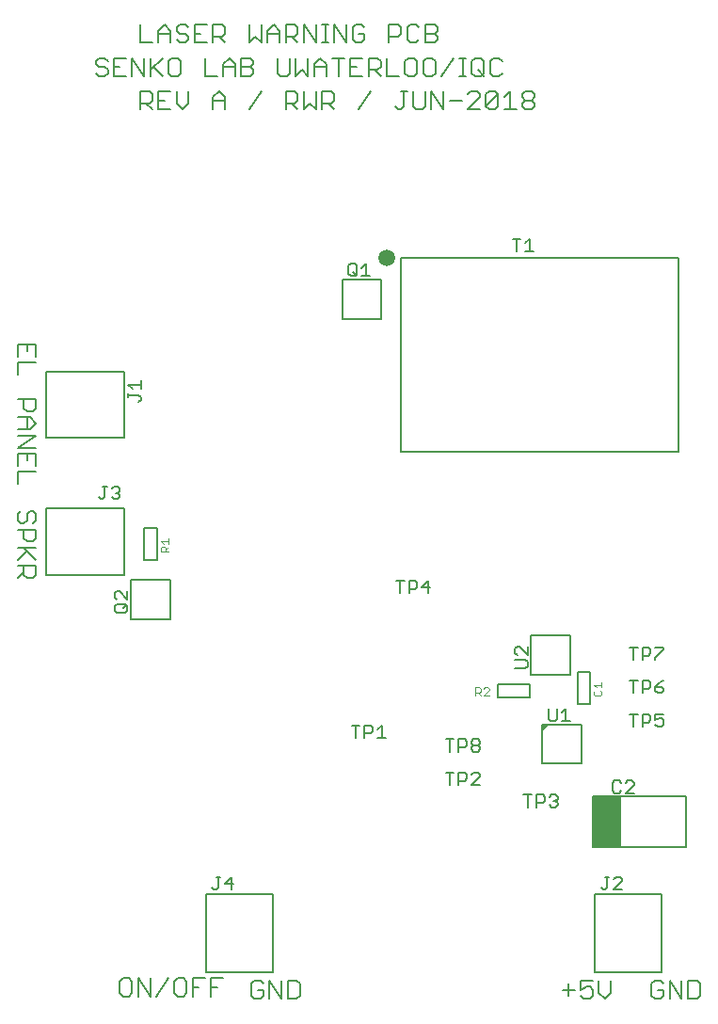
<source format=gbr>
G75*
G70*
%OFA0B0*%
%FSLAX24Y24*%
%IPPOS*%
%LPD*%
%AMOC8*
5,1,8,0,0,1.08239X$1,22.5*
%
%ADD10C,0.0060*%
%ADD11C,0.0050*%
%ADD12C,0.0591*%
%ADD13C,0.0040*%
%ADD14R,0.1024X0.1811*%
D10*
X004925Y001112D02*
X005032Y001006D01*
X005245Y001006D01*
X005352Y001112D01*
X005352Y001539D01*
X005245Y001646D01*
X005032Y001646D01*
X004925Y001539D01*
X004925Y001112D01*
X005569Y001006D02*
X005569Y001646D01*
X005996Y001006D01*
X005996Y001646D01*
X006641Y001646D02*
X006214Y001006D01*
X006859Y001112D02*
X006965Y001006D01*
X007179Y001006D01*
X007286Y001112D01*
X007286Y001539D01*
X007179Y001646D01*
X006965Y001646D01*
X006859Y001539D01*
X006859Y001112D01*
X007503Y001006D02*
X007503Y001646D01*
X007930Y001646D01*
X008148Y001646D02*
X008575Y001646D01*
X008361Y001326D02*
X008148Y001326D01*
X008148Y001006D02*
X008148Y001646D01*
X007717Y001326D02*
X007503Y001326D01*
X009580Y001452D02*
X009580Y001025D01*
X009686Y000918D01*
X009900Y000918D01*
X010007Y001025D01*
X010007Y001238D01*
X009793Y001238D01*
X009580Y001452D02*
X009686Y001559D01*
X009900Y001559D01*
X010007Y001452D01*
X010224Y001559D02*
X010651Y000918D01*
X010651Y001559D01*
X010869Y001559D02*
X010869Y000918D01*
X011189Y000918D01*
X011296Y001025D01*
X011296Y001452D01*
X011189Y001559D01*
X010869Y001559D01*
X010224Y001559D02*
X010224Y000918D01*
X008866Y004780D02*
X008866Y005221D01*
X008646Y005001D01*
X008940Y005001D01*
X008479Y005221D02*
X008333Y005221D01*
X008406Y005221D02*
X008406Y004854D01*
X008333Y004780D01*
X008259Y004780D01*
X008186Y004854D01*
X013276Y010167D02*
X013276Y010607D01*
X013129Y010607D02*
X013423Y010607D01*
X013590Y010607D02*
X013590Y010167D01*
X013590Y010314D02*
X013810Y010314D01*
X013883Y010387D01*
X013883Y010534D01*
X013810Y010607D01*
X013590Y010607D01*
X014050Y010461D02*
X014197Y010607D01*
X014197Y010167D01*
X014050Y010167D02*
X014344Y010167D01*
X016460Y010114D02*
X016753Y010114D01*
X016607Y010114D02*
X016607Y009673D01*
X016920Y009673D02*
X016920Y010114D01*
X017140Y010114D01*
X017214Y010040D01*
X017214Y009893D01*
X017140Y009820D01*
X016920Y009820D01*
X017381Y009820D02*
X017454Y009893D01*
X017601Y009893D01*
X017674Y009820D01*
X017674Y009747D01*
X017601Y009673D01*
X017454Y009673D01*
X017381Y009747D01*
X017381Y009820D01*
X017454Y009893D02*
X017381Y009967D01*
X017381Y010040D01*
X017454Y010114D01*
X017601Y010114D01*
X017674Y010040D01*
X017674Y009967D01*
X017601Y009893D01*
X017601Y008933D02*
X017454Y008933D01*
X017381Y008859D01*
X017214Y008859D02*
X017214Y008712D01*
X017140Y008639D01*
X016920Y008639D01*
X016920Y008492D02*
X016920Y008933D01*
X017140Y008933D01*
X017214Y008859D01*
X017601Y008933D02*
X017674Y008859D01*
X017674Y008786D01*
X017381Y008492D01*
X017674Y008492D01*
X016753Y008933D02*
X016460Y008933D01*
X016607Y008933D02*
X016607Y008492D01*
X019216Y008145D02*
X019509Y008145D01*
X019363Y008145D02*
X019363Y007705D01*
X019676Y007705D02*
X019676Y008145D01*
X019896Y008145D01*
X019970Y008072D01*
X019970Y007925D01*
X019896Y007852D01*
X019676Y007852D01*
X020136Y007778D02*
X020210Y007705D01*
X020357Y007705D01*
X020430Y007778D01*
X020430Y007852D01*
X020357Y007925D01*
X020283Y007925D01*
X020357Y007925D02*
X020430Y007998D01*
X020430Y008072D01*
X020357Y008145D01*
X020210Y008145D01*
X020136Y008072D01*
X022375Y008275D02*
X022448Y008202D01*
X022595Y008202D01*
X022668Y008275D01*
X022835Y008202D02*
X023129Y008495D01*
X023129Y008569D01*
X023055Y008642D01*
X022909Y008642D01*
X022835Y008569D01*
X022668Y008569D02*
X022595Y008642D01*
X022448Y008642D01*
X022375Y008569D01*
X022375Y008275D01*
X022835Y008202D02*
X023129Y008202D01*
X023119Y010561D02*
X023119Y011001D01*
X023265Y011001D02*
X022972Y011001D01*
X023432Y011001D02*
X023432Y010561D01*
X023432Y010707D02*
X023652Y010707D01*
X023726Y010781D01*
X023726Y010928D01*
X023652Y011001D01*
X023432Y011001D01*
X023892Y011001D02*
X023892Y010781D01*
X024039Y010854D01*
X024113Y010854D01*
X024186Y010781D01*
X024186Y010634D01*
X024113Y010561D01*
X023966Y010561D01*
X023892Y010634D01*
X023892Y011001D02*
X024186Y011001D01*
X024113Y011742D02*
X024186Y011815D01*
X024186Y011889D01*
X024113Y011962D01*
X023892Y011962D01*
X023892Y011815D01*
X023966Y011742D01*
X024113Y011742D01*
X023892Y011962D02*
X024039Y012109D01*
X024186Y012182D01*
X023726Y012109D02*
X023726Y011962D01*
X023652Y011889D01*
X023432Y011889D01*
X023432Y011742D02*
X023432Y012182D01*
X023652Y012182D01*
X023726Y012109D01*
X023265Y012182D02*
X022972Y012182D01*
X023119Y012182D02*
X023119Y011742D01*
X023119Y012923D02*
X023119Y013363D01*
X023265Y013363D02*
X022972Y013363D01*
X023432Y013363D02*
X023432Y012923D01*
X023432Y013070D02*
X023652Y013070D01*
X023726Y013143D01*
X023726Y013290D01*
X023652Y013363D01*
X023432Y013363D01*
X023892Y013363D02*
X024186Y013363D01*
X024186Y013290D01*
X023892Y012996D01*
X023892Y012923D01*
X020718Y011201D02*
X020718Y010761D01*
X020571Y010761D02*
X020865Y010761D01*
X020571Y011054D02*
X020718Y011201D01*
X020405Y011201D02*
X020405Y010834D01*
X020331Y010761D01*
X020184Y010761D01*
X020111Y010834D01*
X020111Y011201D01*
X019289Y012631D02*
X018922Y012631D01*
X018922Y012924D02*
X019289Y012924D01*
X019362Y012851D01*
X019362Y012704D01*
X019289Y012631D01*
X019362Y013091D02*
X019069Y013385D01*
X018995Y013385D01*
X018922Y013311D01*
X018922Y013165D01*
X018995Y013091D01*
X019362Y013091D02*
X019362Y013385D01*
X015845Y015285D02*
X015845Y015725D01*
X015625Y015505D01*
X015918Y015505D01*
X015458Y015505D02*
X015385Y015432D01*
X015164Y015432D01*
X015164Y015285D02*
X015164Y015725D01*
X015385Y015725D01*
X015458Y015652D01*
X015458Y015505D01*
X014998Y015725D02*
X014704Y015725D01*
X014851Y015725D02*
X014851Y015285D01*
X005665Y022138D02*
X005665Y022211D01*
X005592Y022285D01*
X005225Y022285D01*
X005225Y022358D02*
X005225Y022211D01*
X005372Y022525D02*
X005225Y022671D01*
X005665Y022671D01*
X005665Y022525D02*
X005665Y022818D01*
X005665Y022138D02*
X005592Y022064D01*
X004847Y019051D02*
X004700Y019051D01*
X004627Y018978D01*
X004460Y019051D02*
X004313Y019051D01*
X004386Y019051D02*
X004386Y018684D01*
X004313Y018611D01*
X004240Y018611D01*
X004166Y018684D01*
X004627Y018684D02*
X004700Y018611D01*
X004847Y018611D01*
X004920Y018684D01*
X004920Y018758D01*
X004847Y018831D01*
X004773Y018831D01*
X004847Y018831D02*
X004920Y018905D01*
X004920Y018978D01*
X004847Y019051D01*
X001952Y019575D02*
X001312Y019575D01*
X001312Y019148D01*
X001312Y019792D02*
X001312Y020219D01*
X001952Y020219D01*
X001952Y019792D01*
X001632Y020006D02*
X001632Y020219D01*
X001312Y020437D02*
X001952Y020437D01*
X001952Y020864D02*
X001312Y020864D01*
X001312Y021081D02*
X001739Y021081D01*
X001952Y021295D01*
X001739Y021508D01*
X001312Y021508D01*
X001632Y021508D02*
X001632Y021081D01*
X001952Y020864D02*
X001312Y020437D01*
X001632Y021726D02*
X001525Y021833D01*
X001525Y022153D01*
X001312Y022153D02*
X001952Y022153D01*
X001952Y021833D01*
X001846Y021726D01*
X001632Y021726D01*
X001312Y023015D02*
X001312Y023442D01*
X001952Y023442D01*
X001952Y023660D02*
X001952Y024087D01*
X001312Y024087D01*
X001312Y023660D01*
X001632Y023873D02*
X001632Y024087D01*
X001739Y018181D02*
X001632Y018074D01*
X001632Y017861D01*
X001525Y017754D01*
X001419Y017754D01*
X001312Y017861D01*
X001312Y018074D01*
X001419Y018181D01*
X001739Y018181D02*
X001846Y018181D01*
X001952Y018074D01*
X001952Y017861D01*
X001846Y017754D01*
X001952Y017536D02*
X001952Y017216D01*
X001846Y017109D01*
X001632Y017109D01*
X001525Y017216D01*
X001525Y017536D01*
X001312Y017536D02*
X001952Y017536D01*
X001952Y016892D02*
X001312Y016892D01*
X001525Y016892D02*
X001952Y016465D01*
X001952Y016247D02*
X001952Y015927D01*
X001846Y015820D01*
X001632Y015820D01*
X001525Y015927D01*
X001525Y016247D01*
X001525Y016034D02*
X001312Y015820D01*
X001312Y016247D02*
X001952Y016247D01*
X001632Y016785D02*
X001312Y016465D01*
X004749Y015280D02*
X004749Y015133D01*
X004822Y015060D01*
X004822Y014893D02*
X004749Y014819D01*
X004749Y014673D01*
X004822Y014599D01*
X005116Y014599D01*
X005189Y014673D01*
X005189Y014819D01*
X005116Y014893D01*
X004822Y014893D01*
X005042Y014746D02*
X005189Y014893D01*
X005189Y015060D02*
X004895Y015353D01*
X004822Y015353D01*
X004749Y015280D01*
X005189Y015353D02*
X005189Y015060D01*
X013098Y026509D02*
X013024Y026582D01*
X013024Y026876D01*
X013098Y026949D01*
X013245Y026949D01*
X013318Y026876D01*
X013318Y026582D01*
X013245Y026509D01*
X013098Y026509D01*
X013171Y026656D02*
X013318Y026509D01*
X013485Y026509D02*
X013778Y026509D01*
X013632Y026509D02*
X013632Y026949D01*
X013485Y026802D01*
X018832Y027835D02*
X019125Y027835D01*
X018978Y027835D02*
X018978Y027395D01*
X019292Y027395D02*
X019586Y027395D01*
X019439Y027395D02*
X019439Y027835D01*
X019292Y027688D01*
X019284Y032414D02*
X019178Y032521D01*
X019178Y032628D01*
X019284Y032734D01*
X019498Y032734D01*
X019605Y032628D01*
X019605Y032521D01*
X019498Y032414D01*
X019284Y032414D01*
X019284Y032734D02*
X019178Y032841D01*
X019178Y032948D01*
X019284Y033055D01*
X019498Y033055D01*
X019605Y032948D01*
X019605Y032841D01*
X019498Y032734D01*
X018960Y032414D02*
X018533Y032414D01*
X018747Y032414D02*
X018747Y033055D01*
X018533Y032841D01*
X018316Y032948D02*
X018316Y032521D01*
X018209Y032414D01*
X017995Y032414D01*
X017889Y032521D01*
X018316Y032948D01*
X018209Y033055D01*
X017995Y033055D01*
X017889Y032948D01*
X017889Y032521D01*
X017671Y032414D02*
X017244Y032414D01*
X017671Y032841D01*
X017671Y032948D01*
X017564Y033055D01*
X017351Y033055D01*
X017244Y032948D01*
X017027Y032734D02*
X016600Y032734D01*
X016382Y032414D02*
X015955Y033055D01*
X015955Y032414D01*
X015738Y032521D02*
X015738Y033055D01*
X015311Y033055D02*
X015311Y032521D01*
X015417Y032414D01*
X015631Y032414D01*
X015738Y032521D01*
X015093Y033055D02*
X014879Y033055D01*
X014986Y033055D02*
X014986Y032521D01*
X014879Y032414D01*
X014773Y032414D01*
X014666Y032521D01*
X014807Y033595D02*
X014380Y033595D01*
X014380Y034236D01*
X014163Y034129D02*
X014163Y033916D01*
X014056Y033809D01*
X013736Y033809D01*
X013949Y033809D02*
X014163Y033595D01*
X013736Y033595D02*
X013736Y034236D01*
X014056Y034236D01*
X014163Y034129D01*
X013518Y034236D02*
X013091Y034236D01*
X013091Y033595D01*
X013518Y033595D01*
X013305Y033916D02*
X013091Y033916D01*
X012874Y034236D02*
X012447Y034236D01*
X012660Y034236D02*
X012660Y033595D01*
X012229Y033595D02*
X012229Y034022D01*
X012016Y034236D01*
X011802Y034022D01*
X011802Y033595D01*
X011585Y033595D02*
X011585Y034236D01*
X011802Y033916D02*
X012229Y033916D01*
X011585Y033595D02*
X011371Y033809D01*
X011158Y033595D01*
X011158Y034236D01*
X010940Y034236D02*
X010940Y033702D01*
X010833Y033595D01*
X010620Y033595D01*
X010513Y033702D01*
X010513Y034236D01*
X010581Y034776D02*
X010581Y035203D01*
X010368Y035417D01*
X010154Y035203D01*
X010154Y034776D01*
X009937Y034776D02*
X009937Y035417D01*
X010154Y035097D02*
X010581Y035097D01*
X010799Y034990D02*
X011119Y034990D01*
X011226Y035097D01*
X011226Y035310D01*
X011119Y035417D01*
X010799Y035417D01*
X010799Y034776D01*
X011012Y034990D02*
X011226Y034776D01*
X011443Y034776D02*
X011443Y035417D01*
X011870Y034776D01*
X011870Y035417D01*
X012088Y035417D02*
X012301Y035417D01*
X012195Y035417D02*
X012195Y034776D01*
X012301Y034776D02*
X012088Y034776D01*
X012518Y034776D02*
X012518Y035417D01*
X012945Y034776D01*
X012945Y035417D01*
X013162Y035310D02*
X013162Y034883D01*
X013269Y034776D01*
X013482Y034776D01*
X013589Y034883D01*
X013589Y035097D01*
X013376Y035097D01*
X013589Y035310D02*
X013482Y035417D01*
X013269Y035417D01*
X013162Y035310D01*
X014451Y035417D02*
X014451Y034776D01*
X014451Y034990D02*
X014771Y034990D01*
X014878Y035097D01*
X014878Y035310D01*
X014771Y035417D01*
X014451Y035417D01*
X015096Y035310D02*
X015096Y034883D01*
X015202Y034776D01*
X015416Y034776D01*
X015523Y034883D01*
X015740Y034776D02*
X016060Y034776D01*
X016167Y034883D01*
X016167Y034990D01*
X016060Y035097D01*
X015740Y035097D01*
X015523Y035310D02*
X015416Y035417D01*
X015202Y035417D01*
X015096Y035310D01*
X015740Y035417D02*
X016060Y035417D01*
X016167Y035310D01*
X016167Y035203D01*
X016060Y035097D01*
X015740Y035417D02*
X015740Y034776D01*
X015776Y034236D02*
X015669Y034129D01*
X015669Y033702D01*
X015776Y033595D01*
X015990Y033595D01*
X016096Y033702D01*
X016096Y034129D01*
X015990Y034236D01*
X015776Y034236D01*
X015452Y034129D02*
X015345Y034236D01*
X015131Y034236D01*
X015025Y034129D01*
X015025Y033702D01*
X015131Y033595D01*
X015345Y033595D01*
X015452Y033702D01*
X015452Y034129D01*
X016314Y033595D02*
X016741Y034236D01*
X016958Y034236D02*
X017172Y034236D01*
X017065Y034236D02*
X017065Y033595D01*
X016958Y033595D02*
X017172Y033595D01*
X017388Y033702D02*
X017495Y033595D01*
X017708Y033595D01*
X017815Y033702D01*
X017815Y034129D01*
X017708Y034236D01*
X017495Y034236D01*
X017388Y034129D01*
X017388Y033702D01*
X017602Y033809D02*
X017815Y033595D01*
X018033Y033702D02*
X018139Y033595D01*
X018353Y033595D01*
X018460Y033702D01*
X018460Y034129D02*
X018353Y034236D01*
X018139Y034236D01*
X018033Y034129D01*
X018033Y033702D01*
X016382Y033055D02*
X016382Y032414D01*
X013804Y033055D02*
X013377Y032414D01*
X012515Y032414D02*
X012301Y032628D01*
X012408Y032628D02*
X012088Y032628D01*
X012088Y032414D02*
X012088Y033055D01*
X012408Y033055D01*
X012515Y032948D01*
X012515Y032734D01*
X012408Y032628D01*
X011870Y032414D02*
X011870Y033055D01*
X011443Y033055D02*
X011443Y032414D01*
X011657Y032628D01*
X011870Y032414D01*
X011226Y032414D02*
X011012Y032628D01*
X011119Y032628D02*
X010799Y032628D01*
X010799Y032414D02*
X010799Y033055D01*
X011119Y033055D01*
X011226Y032948D01*
X011226Y032734D01*
X011119Y032628D01*
X009937Y033055D02*
X009510Y032414D01*
X008648Y032414D02*
X008648Y032841D01*
X008434Y033055D01*
X008221Y032841D01*
X008221Y032414D01*
X008221Y032734D02*
X008648Y032734D01*
X008579Y033595D02*
X008579Y034022D01*
X008793Y034236D01*
X009006Y034022D01*
X009006Y033595D01*
X009224Y033595D02*
X009544Y033595D01*
X009651Y033702D01*
X009651Y033809D01*
X009544Y033916D01*
X009224Y033916D01*
X009006Y033916D02*
X008579Y033916D01*
X008362Y033595D02*
X007935Y033595D01*
X007935Y034236D01*
X008003Y034776D02*
X007576Y034776D01*
X007576Y035417D01*
X008003Y035417D01*
X008221Y035417D02*
X008541Y035417D01*
X008648Y035310D01*
X008648Y035097D01*
X008541Y034990D01*
X008221Y034990D01*
X008434Y034990D02*
X008648Y034776D01*
X008221Y034776D02*
X008221Y035417D01*
X007790Y035097D02*
X007576Y035097D01*
X007359Y034990D02*
X007359Y034883D01*
X007252Y034776D01*
X007038Y034776D01*
X006932Y034883D01*
X007038Y035097D02*
X007252Y035097D01*
X007359Y034990D01*
X007359Y035310D02*
X007252Y035417D01*
X007038Y035417D01*
X006932Y035310D01*
X006932Y035203D01*
X007038Y035097D01*
X006714Y035097D02*
X006287Y035097D01*
X006287Y035203D02*
X006501Y035417D01*
X006714Y035203D01*
X006714Y034776D01*
X006287Y034776D02*
X006287Y035203D01*
X006070Y034776D02*
X005643Y034776D01*
X005643Y035417D01*
X005784Y034236D02*
X005784Y033595D01*
X005357Y034236D01*
X005357Y033595D01*
X005139Y033595D02*
X004712Y033595D01*
X004712Y034236D01*
X005139Y034236D01*
X004926Y033916D02*
X004712Y033916D01*
X004495Y033809D02*
X004495Y033702D01*
X004388Y033595D01*
X004175Y033595D01*
X004068Y033702D01*
X004175Y033916D02*
X004388Y033916D01*
X004495Y033809D01*
X004495Y034129D02*
X004388Y034236D01*
X004175Y034236D01*
X004068Y034129D01*
X004068Y034022D01*
X004175Y033916D01*
X005643Y033055D02*
X005643Y032414D01*
X005643Y032628D02*
X005963Y032628D01*
X006070Y032734D01*
X006070Y032948D01*
X005963Y033055D01*
X005643Y033055D01*
X005856Y032628D02*
X006070Y032414D01*
X006287Y032414D02*
X006714Y032414D01*
X006932Y032628D02*
X007145Y032414D01*
X007359Y032628D01*
X007359Y033055D01*
X006932Y033055D02*
X006932Y032628D01*
X006501Y032734D02*
X006287Y032734D01*
X006287Y032414D02*
X006287Y033055D01*
X006714Y033055D01*
X006753Y033595D02*
X006966Y033595D01*
X007073Y033702D01*
X007073Y034129D01*
X006966Y034236D01*
X006753Y034236D01*
X006646Y034129D01*
X006646Y033702D01*
X006753Y033595D01*
X006428Y033595D02*
X006108Y033916D01*
X006001Y033809D02*
X006428Y034236D01*
X006001Y034236D02*
X006001Y033595D01*
X009224Y033595D02*
X009224Y034236D01*
X009544Y034236D01*
X009651Y034129D01*
X009651Y034022D01*
X009544Y033916D01*
X009510Y034776D02*
X009723Y034990D01*
X009937Y034776D01*
X009510Y034776D02*
X009510Y035417D01*
X022112Y005221D02*
X022259Y005221D01*
X022186Y005221D02*
X022186Y004854D01*
X022112Y004780D01*
X022039Y004780D01*
X021965Y004854D01*
X022426Y004780D02*
X022719Y005074D01*
X022719Y005147D01*
X022646Y005221D01*
X022499Y005221D01*
X022426Y005147D01*
X022426Y004780D02*
X022719Y004780D01*
X022319Y001559D02*
X022319Y001132D01*
X022106Y000918D01*
X021892Y001132D01*
X021892Y001559D01*
X021675Y001559D02*
X021248Y001559D01*
X021248Y001238D01*
X021461Y001345D01*
X021568Y001345D01*
X021675Y001238D01*
X021675Y001025D01*
X021568Y000918D01*
X021354Y000918D01*
X021248Y001025D01*
X021030Y001238D02*
X020603Y001238D01*
X020817Y001025D02*
X020817Y001452D01*
X023753Y001452D02*
X023753Y001025D01*
X023860Y000918D01*
X024073Y000918D01*
X024180Y001025D01*
X024180Y001238D01*
X023966Y001238D01*
X023753Y001452D02*
X023860Y001559D01*
X024073Y001559D01*
X024180Y001452D01*
X024397Y001559D02*
X024824Y000918D01*
X024824Y001559D01*
X025042Y001559D02*
X025042Y000918D01*
X025362Y000918D01*
X025469Y001025D01*
X025469Y001452D01*
X025362Y001559D01*
X025042Y001559D01*
X024397Y001559D02*
X024397Y000918D01*
D11*
X024117Y001872D02*
X021754Y001872D01*
X021754Y004628D01*
X024117Y004628D01*
X024117Y001872D01*
X024983Y006282D02*
X021676Y006282D01*
X021676Y008093D01*
X024983Y008093D01*
X024983Y006282D01*
X021262Y009254D02*
X019884Y009254D01*
X019884Y010632D01*
X020081Y010632D01*
X019884Y010435D01*
X019884Y010632D01*
X021262Y010632D01*
X021262Y009254D01*
X019986Y010538D02*
X019884Y010538D01*
X019884Y010586D02*
X020035Y010586D01*
X019938Y010489D02*
X019884Y010489D01*
X019884Y010441D02*
X019889Y010441D01*
X019447Y011583D02*
X018322Y011583D01*
X018322Y012043D01*
X019447Y012043D01*
X019447Y011583D01*
X019491Y012404D02*
X019491Y013782D01*
X020869Y013782D01*
X020869Y012404D01*
X019491Y012404D01*
X021131Y012474D02*
X021131Y011349D01*
X021591Y011349D01*
X021591Y012474D01*
X021131Y012474D01*
X024707Y020278D02*
X014865Y020278D01*
X014865Y027168D01*
X024707Y027168D01*
X024707Y020278D01*
X014176Y025002D02*
X014176Y026380D01*
X012798Y026380D01*
X012798Y025002D01*
X014176Y025002D01*
X006236Y017592D02*
X006236Y016467D01*
X005776Y016467D01*
X005776Y017592D01*
X006236Y017592D01*
X005073Y018294D02*
X002317Y018294D01*
X002317Y015931D01*
X005073Y015931D01*
X005073Y018294D01*
X005073Y020774D02*
X002317Y020774D01*
X002317Y023136D01*
X005073Y023136D01*
X005073Y020774D01*
X005317Y015750D02*
X005317Y014372D01*
X006695Y014372D01*
X006695Y015750D01*
X005317Y015750D01*
X007975Y004628D02*
X007975Y001872D01*
X010337Y001872D01*
X010337Y004628D01*
X007975Y004628D01*
D12*
X014372Y027168D03*
D13*
X006648Y017225D02*
X006648Y017038D01*
X006648Y017131D02*
X006368Y017131D01*
X006462Y017038D01*
X006508Y016930D02*
X006555Y016883D01*
X006555Y016743D01*
X006648Y016743D02*
X006368Y016743D01*
X006368Y016883D01*
X006415Y016930D01*
X006508Y016930D01*
X006555Y016837D02*
X006648Y016930D01*
X017515Y011944D02*
X017515Y011663D01*
X017515Y011757D02*
X017655Y011757D01*
X017702Y011804D01*
X017702Y011897D01*
X017655Y011944D01*
X017515Y011944D01*
X017608Y011757D02*
X017702Y011663D01*
X017810Y011663D02*
X017996Y011850D01*
X017996Y011897D01*
X017950Y011944D01*
X017856Y011944D01*
X017810Y011897D01*
X017810Y011663D02*
X017996Y011663D01*
X021703Y011696D02*
X021749Y011649D01*
X021936Y011649D01*
X021983Y011696D01*
X021983Y011789D01*
X021936Y011836D01*
X021983Y011944D02*
X021983Y012131D01*
X021983Y012037D02*
X021703Y012037D01*
X021796Y011944D01*
X021749Y011836D02*
X021703Y011789D01*
X021703Y011696D01*
D14*
X022187Y007187D03*
M02*

</source>
